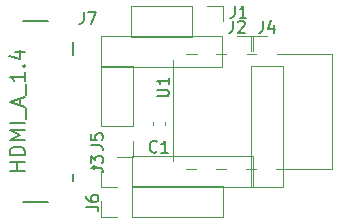
<source format=gbr>
%TF.GenerationSoftware,KiCad,Pcbnew,5.1.8*%
%TF.CreationDate,2020-11-15T21:26:51-08:00*%
%TF.ProjectId,teensy-toslink-receiver,7465656e-7379-42d7-946f-736c696e6b2d,rev?*%
%TF.SameCoordinates,Original*%
%TF.FileFunction,Legend,Top*%
%TF.FilePolarity,Positive*%
%FSLAX46Y46*%
G04 Gerber Fmt 4.6, Leading zero omitted, Abs format (unit mm)*
G04 Created by KiCad (PCBNEW 5.1.8) date 2020-11-15 21:26:51*
%MOMM*%
%LPD*%
G01*
G04 APERTURE LIST*
%ADD10C,0.120000*%
%ADD11C,0.150000*%
%ADD12C,0.250000*%
%ADD13R,1.500000X1.500000*%
%ADD14O,1.500000X1.500000*%
%ADD15C,2.000000*%
%ADD16R,1.900000X0.300000*%
%ADD17O,1.700000X1.700000*%
%ADD18R,1.700000X1.700000*%
G04 APERTURE END LIST*
D10*
%TO.C,U1*%
X149502000Y-68810000D02*
X163002000Y-68810000D01*
X149502000Y-78510000D02*
X163002000Y-78510000D01*
X163002000Y-78510000D02*
X163002000Y-68810000D01*
X149502000Y-68810000D02*
X149502000Y-78510000D01*
D11*
%TO.C,J7*%
X141048000Y-67785000D02*
X141048000Y-68885000D01*
X141048000Y-78935000D02*
X141048000Y-79535000D01*
X136798000Y-81310000D02*
X138948000Y-81310000D01*
X136798000Y-66010000D02*
X138948000Y-66010000D01*
D12*
X142973000Y-78410000D02*
G75*
G03*
X142973000Y-78410000I-125000J0D01*
G01*
D10*
%TO.C,J6*%
X153730000Y-82610000D02*
X153730000Y-79950000D01*
X146050000Y-82610000D02*
X153730000Y-82610000D01*
X146050000Y-79950000D02*
X153730000Y-79950000D01*
X146050000Y-82610000D02*
X146050000Y-79950000D01*
X144780000Y-82610000D02*
X143450000Y-82610000D01*
X143450000Y-82610000D02*
X143450000Y-81280000D01*
%TO.C,J5*%
X146110000Y-69790000D02*
X143450000Y-69790000D01*
X146110000Y-74930000D02*
X146110000Y-69790000D01*
X143450000Y-74930000D02*
X143450000Y-69790000D01*
X146110000Y-74930000D02*
X143450000Y-74930000D01*
X146110000Y-76200000D02*
X146110000Y-77530000D01*
X146110000Y-77530000D02*
X144780000Y-77530000D01*
%TO.C,J4*%
X156150000Y-80070000D02*
X158810000Y-80070000D01*
X156150000Y-69850000D02*
X156150000Y-80070000D01*
X158810000Y-69850000D02*
X158810000Y-80070000D01*
X156150000Y-69850000D02*
X158810000Y-69850000D01*
X156150000Y-68580000D02*
X156150000Y-67250000D01*
X156150000Y-67250000D02*
X157480000Y-67250000D01*
%TO.C,J3*%
X156270000Y-80070000D02*
X156270000Y-77410000D01*
X146050000Y-80070000D02*
X156270000Y-80070000D01*
X146050000Y-77410000D02*
X156270000Y-77410000D01*
X146050000Y-80070000D02*
X146050000Y-77410000D01*
X144780000Y-80070000D02*
X143450000Y-80070000D01*
X143450000Y-80070000D02*
X143450000Y-78740000D01*
%TO.C,J2*%
X143450000Y-67250000D02*
X143450000Y-69910000D01*
X153670000Y-67250000D02*
X143450000Y-67250000D01*
X153670000Y-69910000D02*
X143450000Y-69910000D01*
X153670000Y-67250000D02*
X153670000Y-69910000D01*
X154940000Y-67250000D02*
X156270000Y-67250000D01*
X156270000Y-67250000D02*
X156270000Y-68580000D01*
%TO.C,J1*%
X145990000Y-64710000D02*
X145990000Y-67370000D01*
X151130000Y-64710000D02*
X145990000Y-64710000D01*
X151130000Y-67370000D02*
X145990000Y-67370000D01*
X151130000Y-64710000D02*
X151130000Y-67370000D01*
X152400000Y-64710000D02*
X153730000Y-64710000D01*
X153730000Y-64710000D02*
X153730000Y-66040000D01*
%TO.C,C1*%
X147826000Y-74816580D02*
X147826000Y-74535420D01*
X148846000Y-74816580D02*
X148846000Y-74535420D01*
%TO.C,U1*%
D11*
X148169380Y-72389904D02*
X148978904Y-72389904D01*
X149074142Y-72342285D01*
X149121761Y-72294666D01*
X149169380Y-72199428D01*
X149169380Y-72008952D01*
X149121761Y-71913714D01*
X149074142Y-71866095D01*
X148978904Y-71818476D01*
X148169380Y-71818476D01*
X149169380Y-70818476D02*
X149169380Y-71389904D01*
X149169380Y-71104190D02*
X148169380Y-71104190D01*
X148312238Y-71199428D01*
X148407476Y-71294666D01*
X148455095Y-71389904D01*
%TO.C,J7*%
X141968023Y-65238380D02*
X141968023Y-65952666D01*
X141920404Y-66095523D01*
X141825166Y-66190761D01*
X141682309Y-66238380D01*
X141587071Y-66238380D01*
X142348976Y-65238380D02*
X143015642Y-65238380D01*
X142587071Y-66238380D01*
X136972523Y-78709761D02*
X135702523Y-78709761D01*
X136307285Y-78709761D02*
X136307285Y-77984047D01*
X136972523Y-77984047D02*
X135702523Y-77984047D01*
X136972523Y-77379285D02*
X135702523Y-77379285D01*
X135702523Y-77076904D01*
X135763000Y-76895476D01*
X135883952Y-76774523D01*
X136004904Y-76714047D01*
X136246809Y-76653571D01*
X136428238Y-76653571D01*
X136670142Y-76714047D01*
X136791095Y-76774523D01*
X136912047Y-76895476D01*
X136972523Y-77076904D01*
X136972523Y-77379285D01*
X136972523Y-76109285D02*
X135702523Y-76109285D01*
X136609666Y-75685952D01*
X135702523Y-75262619D01*
X136972523Y-75262619D01*
X136972523Y-74657857D02*
X135702523Y-74657857D01*
X137093476Y-74355476D02*
X137093476Y-73387857D01*
X136609666Y-73145952D02*
X136609666Y-72541190D01*
X136972523Y-73266904D02*
X135702523Y-72843571D01*
X136972523Y-72420238D01*
X137093476Y-72299285D02*
X137093476Y-71331666D01*
X136972523Y-70364047D02*
X136972523Y-71089761D01*
X136972523Y-70726904D02*
X135702523Y-70726904D01*
X135883952Y-70847857D01*
X136004904Y-70968809D01*
X136065380Y-71089761D01*
X136851571Y-69819761D02*
X136912047Y-69759285D01*
X136972523Y-69819761D01*
X136912047Y-69880238D01*
X136851571Y-69819761D01*
X136972523Y-69819761D01*
X136125857Y-68670714D02*
X136972523Y-68670714D01*
X135642047Y-68973095D02*
X136549190Y-69275476D01*
X136549190Y-68489285D01*
%TO.C,J6*%
X142200380Y-81740333D02*
X142914666Y-81740333D01*
X143057523Y-81787952D01*
X143152761Y-81883190D01*
X143200380Y-82026047D01*
X143200380Y-82121285D01*
X142200380Y-80835571D02*
X142200380Y-81026047D01*
X142248000Y-81121285D01*
X142295619Y-81168904D01*
X142438476Y-81264142D01*
X142628952Y-81311761D01*
X143009904Y-81311761D01*
X143105142Y-81264142D01*
X143152761Y-81216523D01*
X143200380Y-81121285D01*
X143200380Y-80930809D01*
X143152761Y-80835571D01*
X143105142Y-80787952D01*
X143009904Y-80740333D01*
X142771809Y-80740333D01*
X142676571Y-80787952D01*
X142628952Y-80835571D01*
X142581333Y-80930809D01*
X142581333Y-81121285D01*
X142628952Y-81216523D01*
X142676571Y-81264142D01*
X142771809Y-81311761D01*
%TO.C,J5*%
X142581380Y-76533333D02*
X143295666Y-76533333D01*
X143438523Y-76580952D01*
X143533761Y-76676190D01*
X143581380Y-76819047D01*
X143581380Y-76914285D01*
X142581380Y-75580952D02*
X142581380Y-76057142D01*
X143057571Y-76104761D01*
X143009952Y-76057142D01*
X142962333Y-75961904D01*
X142962333Y-75723809D01*
X143009952Y-75628571D01*
X143057571Y-75580952D01*
X143152809Y-75533333D01*
X143390904Y-75533333D01*
X143486142Y-75580952D01*
X143533761Y-75628571D01*
X143581380Y-75723809D01*
X143581380Y-75961904D01*
X143533761Y-76057142D01*
X143486142Y-76104761D01*
%TO.C,J4*%
X157146666Y-66000380D02*
X157146666Y-66714666D01*
X157099047Y-66857523D01*
X157003809Y-66952761D01*
X156860952Y-67000380D01*
X156765714Y-67000380D01*
X158051428Y-66333714D02*
X158051428Y-67000380D01*
X157813333Y-65952761D02*
X157575238Y-66667047D01*
X158194285Y-66667047D01*
%TO.C,J3*%
X142581380Y-78438333D02*
X143295666Y-78438333D01*
X143438523Y-78485952D01*
X143533761Y-78581190D01*
X143581380Y-78724047D01*
X143581380Y-78819285D01*
X142581380Y-78057380D02*
X142581380Y-77438333D01*
X142962333Y-77771666D01*
X142962333Y-77628809D01*
X143009952Y-77533571D01*
X143057571Y-77485952D01*
X143152809Y-77438333D01*
X143390904Y-77438333D01*
X143486142Y-77485952D01*
X143533761Y-77533571D01*
X143581380Y-77628809D01*
X143581380Y-77914523D01*
X143533761Y-78009761D01*
X143486142Y-78057380D01*
%TO.C,J2*%
X154606666Y-66000380D02*
X154606666Y-66714666D01*
X154559047Y-66857523D01*
X154463809Y-66952761D01*
X154320952Y-67000380D01*
X154225714Y-67000380D01*
X155035238Y-66095619D02*
X155082857Y-66048000D01*
X155178095Y-66000380D01*
X155416190Y-66000380D01*
X155511428Y-66048000D01*
X155559047Y-66095619D01*
X155606666Y-66190857D01*
X155606666Y-66286095D01*
X155559047Y-66428952D01*
X154987619Y-67000380D01*
X155606666Y-67000380D01*
%TO.C,J1*%
X154733666Y-64730380D02*
X154733666Y-65444666D01*
X154686047Y-65587523D01*
X154590809Y-65682761D01*
X154447952Y-65730380D01*
X154352714Y-65730380D01*
X155733666Y-65730380D02*
X155162238Y-65730380D01*
X155447952Y-65730380D02*
X155447952Y-64730380D01*
X155352714Y-64873238D01*
X155257476Y-64968476D01*
X155162238Y-65016095D01*
%TO.C,C1*%
X148169333Y-77065142D02*
X148121714Y-77112761D01*
X147978857Y-77160380D01*
X147883619Y-77160380D01*
X147740761Y-77112761D01*
X147645523Y-77017523D01*
X147597904Y-76922285D01*
X147550285Y-76731809D01*
X147550285Y-76588952D01*
X147597904Y-76398476D01*
X147645523Y-76303238D01*
X147740761Y-76208000D01*
X147883619Y-76160380D01*
X147978857Y-76160380D01*
X148121714Y-76208000D01*
X148169333Y-76255619D01*
X149121714Y-77160380D02*
X148550285Y-77160380D01*
X148836000Y-77160380D02*
X148836000Y-76160380D01*
X148740761Y-76303238D01*
X148645523Y-76398476D01*
X148550285Y-76446095D01*
%TD*%
%LPC*%
D13*
%TO.C,U1*%
X151892000Y-76200000D03*
D14*
X151892000Y-73660000D03*
X151892000Y-71120000D03*
D15*
X154432000Y-76280000D03*
X154432000Y-71040000D03*
%TD*%
D16*
%TO.C,J7*%
X141323000Y-78410000D03*
X141323000Y-77910000D03*
X141323000Y-77410000D03*
X141323000Y-76910000D03*
X141323000Y-76410000D03*
X141323000Y-75910000D03*
X141323000Y-75410000D03*
X141323000Y-74910000D03*
X141323000Y-74410000D03*
X141323000Y-73910000D03*
X141323000Y-73410000D03*
X141323000Y-72910000D03*
X141323000Y-72410000D03*
X141323000Y-71910000D03*
X141323000Y-71410000D03*
X141323000Y-70910000D03*
X141323000Y-70410000D03*
X141323000Y-69910000D03*
X141323000Y-69410000D03*
%TD*%
D17*
%TO.C,J6*%
X152400000Y-81280000D03*
X149860000Y-81280000D03*
X147320000Y-81280000D03*
D18*
X144780000Y-81280000D03*
%TD*%
D17*
%TO.C,J5*%
X144780000Y-71120000D03*
X144780000Y-73660000D03*
D18*
X144780000Y-76200000D03*
%TD*%
D17*
%TO.C,J4*%
X157480000Y-78740000D03*
X157480000Y-76200000D03*
X157480000Y-73660000D03*
X157480000Y-71120000D03*
D18*
X157480000Y-68580000D03*
%TD*%
D17*
%TO.C,J3*%
X154940000Y-78740000D03*
X152400000Y-78740000D03*
X149860000Y-78740000D03*
X147320000Y-78740000D03*
D18*
X144780000Y-78740000D03*
%TD*%
D17*
%TO.C,J2*%
X144780000Y-68580000D03*
X147320000Y-68580000D03*
X149860000Y-68580000D03*
X152400000Y-68580000D03*
D18*
X154940000Y-68580000D03*
%TD*%
D17*
%TO.C,J1*%
X147320000Y-66040000D03*
X149860000Y-66040000D03*
D18*
X152400000Y-66040000D03*
%TD*%
%TO.C,C1*%
G36*
G01*
X148586000Y-74351000D02*
X148086000Y-74351000D01*
G75*
G02*
X147861000Y-74126000I0J225000D01*
G01*
X147861000Y-73676000D01*
G75*
G02*
X148086000Y-73451000I225000J0D01*
G01*
X148586000Y-73451000D01*
G75*
G02*
X148811000Y-73676000I0J-225000D01*
G01*
X148811000Y-74126000D01*
G75*
G02*
X148586000Y-74351000I-225000J0D01*
G01*
G37*
G36*
G01*
X148586000Y-75901000D02*
X148086000Y-75901000D01*
G75*
G02*
X147861000Y-75676000I0J225000D01*
G01*
X147861000Y-75226000D01*
G75*
G02*
X148086000Y-75001000I225000J0D01*
G01*
X148586000Y-75001000D01*
G75*
G02*
X148811000Y-75226000I0J-225000D01*
G01*
X148811000Y-75676000D01*
G75*
G02*
X148586000Y-75901000I-225000J0D01*
G01*
G37*
%TD*%
M02*

</source>
